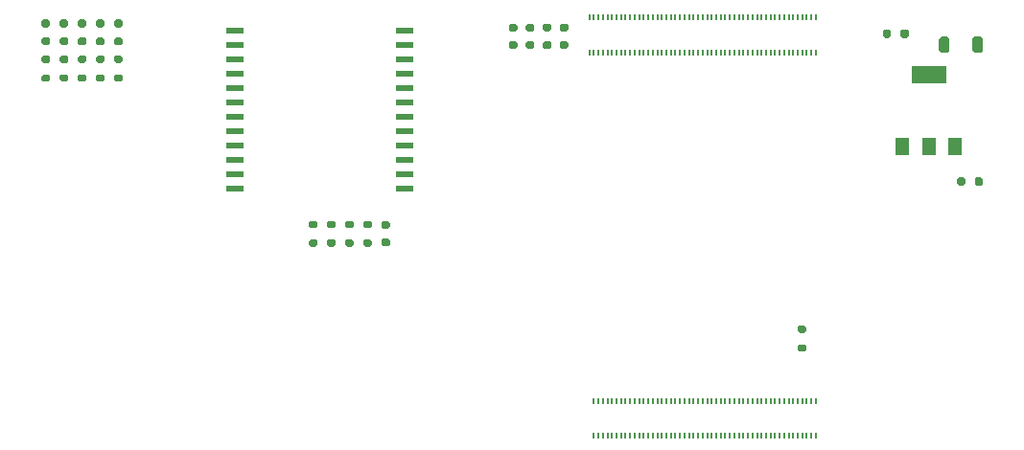
<source format=gtp>
G04 #@! TF.GenerationSoftware,KiCad,Pcbnew,5.1.8*
G04 #@! TF.CreationDate,2021-01-05T10:04:31+01:00*
G04 #@! TF.ProjectId,pislice,7069736c-6963-4652-9e6b-696361645f70,rev?*
G04 #@! TF.SameCoordinates,Original*
G04 #@! TF.FileFunction,Paste,Top*
G04 #@! TF.FilePolarity,Positive*
%FSLAX46Y46*%
G04 Gerber Fmt 4.6, Leading zero omitted, Abs format (unit mm)*
G04 Created by KiCad (PCBNEW 5.1.8) date 2021-01-05 10:04:31*
%MOMM*%
%LPD*%
G01*
G04 APERTURE LIST*
%ADD10R,0.160000X0.560000*%
%ADD11R,1.200000X1.600000*%
%ADD12R,3.040000X1.600000*%
%ADD13R,1.584960X0.548640*%
G04 APERTURE END LIST*
D10*
G04 #@! TO.C,X3*
X140190000Y-108500000D03*
X140190000Y-105420000D03*
X140590000Y-108500000D03*
X140590000Y-105420000D03*
X140990000Y-108500000D03*
X140990000Y-105420000D03*
X141390000Y-108500000D03*
X141390000Y-105420000D03*
X141790000Y-108500000D03*
X141790000Y-105420000D03*
X142190000Y-108500000D03*
X142190000Y-105420000D03*
X142590000Y-108500000D03*
X142590000Y-105420000D03*
X142990000Y-108500000D03*
X142990000Y-105420000D03*
X143390000Y-108500000D03*
X143390000Y-105420000D03*
X143790000Y-108500000D03*
X143790000Y-105420000D03*
X144190000Y-108500000D03*
X144190000Y-105420000D03*
X144590000Y-108500000D03*
X144590000Y-105420000D03*
X144990000Y-108500000D03*
X144990000Y-105420000D03*
X145390000Y-108500000D03*
X145390000Y-105420000D03*
X145790000Y-108500000D03*
X145790000Y-105420000D03*
X146190000Y-108500000D03*
X146190000Y-105420000D03*
X146590000Y-108500000D03*
X146590000Y-105420000D03*
X146990000Y-108500000D03*
X146990000Y-105420000D03*
X147390000Y-108500000D03*
X147390000Y-105420000D03*
X147790000Y-108500000D03*
X147790000Y-105420000D03*
X148190000Y-108500000D03*
X148190000Y-105420000D03*
X148590000Y-108500000D03*
X148590000Y-105420000D03*
X148990000Y-108500000D03*
X148990000Y-105420000D03*
X149390000Y-108500000D03*
X149390000Y-105420000D03*
X149790000Y-108500000D03*
X149790000Y-105420000D03*
X150190000Y-108500000D03*
X150190000Y-105420000D03*
X150590000Y-108500000D03*
X150590000Y-105420000D03*
X150990000Y-108500000D03*
X150990000Y-105420000D03*
X151390000Y-108500000D03*
X151390000Y-105420000D03*
X151790000Y-108500000D03*
X151790000Y-105420000D03*
X152190000Y-108500000D03*
X152190000Y-105420000D03*
X152590000Y-108500000D03*
X152590000Y-105420000D03*
X152990000Y-108500000D03*
X152990000Y-105420000D03*
X153390000Y-108500000D03*
X153390000Y-105420000D03*
X153790000Y-108500000D03*
X153790000Y-105420000D03*
X154190000Y-108500000D03*
X154190000Y-105420000D03*
X154590000Y-108500000D03*
X154590000Y-105420000D03*
X154990000Y-108500000D03*
X154990000Y-105420000D03*
X155390000Y-108500000D03*
X155390000Y-105420000D03*
X155790000Y-108500000D03*
X155790000Y-105420000D03*
X156190000Y-108500000D03*
X156190000Y-105420000D03*
X156590000Y-108500000D03*
X156590000Y-105420000D03*
X156990000Y-108500000D03*
X156990000Y-105420000D03*
X157390000Y-108500000D03*
X157390000Y-105420000D03*
X157790000Y-108500000D03*
X157790000Y-105420000D03*
X158190000Y-108500000D03*
X158190000Y-105420000D03*
X158590000Y-108500000D03*
X158590000Y-105420000D03*
X158990000Y-108500000D03*
X158990000Y-105420000D03*
X159390000Y-108500000D03*
X159390000Y-105420000D03*
X159790000Y-108500000D03*
X159790000Y-105420000D03*
G04 #@! TD*
G04 #@! TO.C,X2*
X139790000Y-74580000D03*
X139790000Y-71500000D03*
X140190000Y-74580000D03*
X140190000Y-71500000D03*
X140590000Y-74580000D03*
X140590000Y-71500000D03*
X140990000Y-74580000D03*
X140990000Y-71500000D03*
X141390000Y-74580000D03*
X141390000Y-71500000D03*
X141790000Y-74580000D03*
X141790000Y-71500000D03*
X142190000Y-74580000D03*
X142190000Y-71500000D03*
X142590000Y-74580000D03*
X142590000Y-71500000D03*
X142990000Y-74580000D03*
X142990000Y-71500000D03*
X143390000Y-74580000D03*
X143390000Y-71500000D03*
X143790000Y-74580000D03*
X143790000Y-71500000D03*
X144190000Y-74580000D03*
X144190000Y-71500000D03*
X144590000Y-74580000D03*
X144590000Y-71500000D03*
X144990000Y-74580000D03*
X144990000Y-71500000D03*
X145390000Y-74580000D03*
X145390000Y-71500000D03*
X145790000Y-74580000D03*
X145790000Y-71500000D03*
X146190000Y-74580000D03*
X146190000Y-71500000D03*
X146590000Y-74580000D03*
X146590000Y-71500000D03*
X146990000Y-74580000D03*
X146990000Y-71500000D03*
X147390000Y-74580000D03*
X147390000Y-71500000D03*
X147790000Y-74580000D03*
X147790000Y-71500000D03*
X148190000Y-74580000D03*
X148190000Y-71500000D03*
X148590000Y-74580000D03*
X148590000Y-71500000D03*
X148990000Y-74580000D03*
X148990000Y-71500000D03*
X149390000Y-74580000D03*
X149390000Y-71500000D03*
X149790000Y-74580000D03*
X149790000Y-71500000D03*
X150190000Y-74580000D03*
X150190000Y-71500000D03*
X150590000Y-74580000D03*
X150590000Y-71500000D03*
X150990000Y-74580000D03*
X150990000Y-71500000D03*
X151390000Y-74580000D03*
X151390000Y-71500000D03*
X151790000Y-74580000D03*
X151790000Y-71500000D03*
X152190000Y-74580000D03*
X152190000Y-71500000D03*
X152590000Y-74580000D03*
X152590000Y-71500000D03*
X152990000Y-74580000D03*
X152990000Y-71500000D03*
X153390000Y-74580000D03*
X153390000Y-71500000D03*
X153790000Y-74580000D03*
X153790000Y-71500000D03*
X154190000Y-74580000D03*
X154190000Y-71500000D03*
X154590000Y-74580000D03*
X154590000Y-71500000D03*
X154990000Y-74580000D03*
X154990000Y-71500000D03*
X155390000Y-74580000D03*
X155390000Y-71500000D03*
X155790000Y-74580000D03*
X155790000Y-71500000D03*
X156190000Y-74580000D03*
X156190000Y-71500000D03*
X156590000Y-74580000D03*
X156590000Y-71500000D03*
X156990000Y-74580000D03*
X156990000Y-71500000D03*
X157390000Y-74580000D03*
X157390000Y-71500000D03*
X157790000Y-74580000D03*
X157790000Y-71500000D03*
X158190000Y-74580000D03*
X158190000Y-71500000D03*
X158590000Y-74580000D03*
X158590000Y-71500000D03*
X158990000Y-74580000D03*
X158990000Y-71500000D03*
X159390000Y-74580000D03*
X159390000Y-71500000D03*
G04 #@! TD*
D11*
G04 #@! TO.C,U3*
X167450000Y-82850000D03*
X172050000Y-82850000D03*
X169750000Y-82850000D03*
D12*
X169750000Y-76550000D03*
G04 #@! TD*
G04 #@! TO.C,R6*
G36*
G01*
X92020000Y-75520000D02*
X91580000Y-75520000D01*
G75*
G02*
X91420000Y-75360000I0J160000D01*
G01*
X91420000Y-75040000D01*
G75*
G02*
X91580000Y-74880000I160000J0D01*
G01*
X92020000Y-74880000D01*
G75*
G02*
X92180000Y-75040000I0J-160000D01*
G01*
X92180000Y-75360000D01*
G75*
G02*
X92020000Y-75520000I-160000J0D01*
G01*
G37*
G36*
G01*
X92020000Y-77170000D02*
X91580000Y-77170000D01*
G75*
G02*
X91420000Y-77010000I0J160000D01*
G01*
X91420000Y-76690000D01*
G75*
G02*
X91580000Y-76530000I160000J0D01*
G01*
X92020000Y-76530000D01*
G75*
G02*
X92180000Y-76690000I0J-160000D01*
G01*
X92180000Y-77010000D01*
G75*
G02*
X92020000Y-77170000I-160000J0D01*
G01*
G37*
G04 #@! TD*
G04 #@! TO.C,D3*
G36*
G01*
X92005000Y-72362500D02*
X91595000Y-72362500D01*
G75*
G02*
X91420000Y-72187500I0J175000D01*
G01*
X91420000Y-71837500D01*
G75*
G02*
X91595000Y-71662500I175000J0D01*
G01*
X92005000Y-71662500D01*
G75*
G02*
X92180000Y-71837500I0J-175000D01*
G01*
X92180000Y-72187500D01*
G75*
G02*
X92005000Y-72362500I-175000J0D01*
G01*
G37*
G36*
G01*
X92005000Y-73937500D02*
X91595000Y-73937500D01*
G75*
G02*
X91420000Y-73762500I0J175000D01*
G01*
X91420000Y-73412500D01*
G75*
G02*
X91595000Y-73237500I175000J0D01*
G01*
X92005000Y-73237500D01*
G75*
G02*
X92180000Y-73412500I0J-175000D01*
G01*
X92180000Y-73762500D01*
G75*
G02*
X92005000Y-73937500I-175000J0D01*
G01*
G37*
G04 #@! TD*
G04 #@! TO.C,R4*
G36*
G01*
X95220000Y-75495000D02*
X94780000Y-75495000D01*
G75*
G02*
X94620000Y-75335000I0J160000D01*
G01*
X94620000Y-75015000D01*
G75*
G02*
X94780000Y-74855000I160000J0D01*
G01*
X95220000Y-74855000D01*
G75*
G02*
X95380000Y-75015000I0J-160000D01*
G01*
X95380000Y-75335000D01*
G75*
G02*
X95220000Y-75495000I-160000J0D01*
G01*
G37*
G36*
G01*
X95220000Y-77145000D02*
X94780000Y-77145000D01*
G75*
G02*
X94620000Y-76985000I0J160000D01*
G01*
X94620000Y-76665000D01*
G75*
G02*
X94780000Y-76505000I160000J0D01*
G01*
X95220000Y-76505000D01*
G75*
G02*
X95380000Y-76665000I0J-160000D01*
G01*
X95380000Y-76985000D01*
G75*
G02*
X95220000Y-77145000I-160000J0D01*
G01*
G37*
G04 #@! TD*
G04 #@! TO.C,D2*
G36*
G01*
X95205000Y-72362500D02*
X94795000Y-72362500D01*
G75*
G02*
X94620000Y-72187500I0J175000D01*
G01*
X94620000Y-71837500D01*
G75*
G02*
X94795000Y-71662500I175000J0D01*
G01*
X95205000Y-71662500D01*
G75*
G02*
X95380000Y-71837500I0J-175000D01*
G01*
X95380000Y-72187500D01*
G75*
G02*
X95205000Y-72362500I-175000J0D01*
G01*
G37*
G36*
G01*
X95205000Y-73937500D02*
X94795000Y-73937500D01*
G75*
G02*
X94620000Y-73762500I0J175000D01*
G01*
X94620000Y-73412500D01*
G75*
G02*
X94795000Y-73237500I175000J0D01*
G01*
X95205000Y-73237500D01*
G75*
G02*
X95380000Y-73412500I0J-175000D01*
G01*
X95380000Y-73762500D01*
G75*
G02*
X95205000Y-73937500I-175000J0D01*
G01*
G37*
G04 #@! TD*
G04 #@! TO.C,C8*
G36*
G01*
X173615000Y-74420001D02*
X173615000Y-73379999D01*
G75*
G02*
X173814999Y-73180000I199999J0D01*
G01*
X174335001Y-73180000D01*
G75*
G02*
X174535000Y-73379999I0J-199999D01*
G01*
X174535000Y-74420001D01*
G75*
G02*
X174335001Y-74620000I-199999J0D01*
G01*
X173814999Y-74620000D01*
G75*
G02*
X173615000Y-74420001I0J199999D01*
G01*
G37*
G36*
G01*
X170665000Y-74420001D02*
X170665000Y-73379999D01*
G75*
G02*
X170864999Y-73180000I199999J0D01*
G01*
X171385001Y-73180000D01*
G75*
G02*
X171585000Y-73379999I0J-199999D01*
G01*
X171585000Y-74420001D01*
G75*
G02*
X171385001Y-74620000I-199999J0D01*
G01*
X170864999Y-74620000D01*
G75*
G02*
X170665000Y-74420001I0J199999D01*
G01*
G37*
G04 #@! TD*
G04 #@! TO.C,C6*
G36*
G01*
X166435000Y-72700000D02*
X166435000Y-73100000D01*
G75*
G02*
X166255000Y-73280000I-180000J0D01*
G01*
X165895000Y-73280000D01*
G75*
G02*
X165715000Y-73100000I0J180000D01*
G01*
X165715000Y-72700000D01*
G75*
G02*
X165895000Y-72520000I180000J0D01*
G01*
X166255000Y-72520000D01*
G75*
G02*
X166435000Y-72700000I0J-180000D01*
G01*
G37*
G36*
G01*
X167985000Y-72700000D02*
X167985000Y-73100000D01*
G75*
G02*
X167805000Y-73280000I-180000J0D01*
G01*
X167445000Y-73280000D01*
G75*
G02*
X167265000Y-73100000I0J180000D01*
G01*
X167265000Y-72700000D01*
G75*
G02*
X167445000Y-72520000I180000J0D01*
G01*
X167805000Y-72520000D01*
G75*
G02*
X167985000Y-72700000I0J-180000D01*
G01*
G37*
G04 #@! TD*
G04 #@! TO.C,C5*
G36*
G01*
X173815000Y-86200000D02*
X173815000Y-85800000D01*
G75*
G02*
X173995000Y-85620000I180000J0D01*
G01*
X174355000Y-85620000D01*
G75*
G02*
X174535000Y-85800000I0J-180000D01*
G01*
X174535000Y-86200000D01*
G75*
G02*
X174355000Y-86380000I-180000J0D01*
G01*
X173995000Y-86380000D01*
G75*
G02*
X173815000Y-86200000I0J180000D01*
G01*
G37*
G36*
G01*
X172265000Y-86200000D02*
X172265000Y-85800000D01*
G75*
G02*
X172445000Y-85620000I180000J0D01*
G01*
X172805000Y-85620000D01*
G75*
G02*
X172985000Y-85800000I0J-180000D01*
G01*
X172985000Y-86200000D01*
G75*
G02*
X172805000Y-86380000I-180000J0D01*
G01*
X172445000Y-86380000D01*
G75*
G02*
X172265000Y-86200000I0J180000D01*
G01*
G37*
G04 #@! TD*
G04 #@! TO.C,R17*
G36*
G01*
X115180000Y-91105000D02*
X115620000Y-91105000D01*
G75*
G02*
X115780000Y-91265000I0J-160000D01*
G01*
X115780000Y-91585000D01*
G75*
G02*
X115620000Y-91745000I-160000J0D01*
G01*
X115180000Y-91745000D01*
G75*
G02*
X115020000Y-91585000I0J160000D01*
G01*
X115020000Y-91265000D01*
G75*
G02*
X115180000Y-91105000I160000J0D01*
G01*
G37*
G36*
G01*
X115180000Y-89455000D02*
X115620000Y-89455000D01*
G75*
G02*
X115780000Y-89615000I0J-160000D01*
G01*
X115780000Y-89935000D01*
G75*
G02*
X115620000Y-90095000I-160000J0D01*
G01*
X115180000Y-90095000D01*
G75*
G02*
X115020000Y-89935000I0J160000D01*
G01*
X115020000Y-89615000D01*
G75*
G02*
X115180000Y-89455000I160000J0D01*
G01*
G37*
G04 #@! TD*
G04 #@! TO.C,R16*
G36*
G01*
X116780000Y-91105000D02*
X117220000Y-91105000D01*
G75*
G02*
X117380000Y-91265000I0J-160000D01*
G01*
X117380000Y-91585000D01*
G75*
G02*
X117220000Y-91745000I-160000J0D01*
G01*
X116780000Y-91745000D01*
G75*
G02*
X116620000Y-91585000I0J160000D01*
G01*
X116620000Y-91265000D01*
G75*
G02*
X116780000Y-91105000I160000J0D01*
G01*
G37*
G36*
G01*
X116780000Y-89455000D02*
X117220000Y-89455000D01*
G75*
G02*
X117380000Y-89615000I0J-160000D01*
G01*
X117380000Y-89935000D01*
G75*
G02*
X117220000Y-90095000I-160000J0D01*
G01*
X116780000Y-90095000D01*
G75*
G02*
X116620000Y-89935000I0J160000D01*
G01*
X116620000Y-89615000D01*
G75*
G02*
X116780000Y-89455000I160000J0D01*
G01*
G37*
G04 #@! TD*
G04 #@! TO.C,R9*
G36*
G01*
X118380000Y-91105000D02*
X118820000Y-91105000D01*
G75*
G02*
X118980000Y-91265000I0J-160000D01*
G01*
X118980000Y-91585000D01*
G75*
G02*
X118820000Y-91745000I-160000J0D01*
G01*
X118380000Y-91745000D01*
G75*
G02*
X118220000Y-91585000I0J160000D01*
G01*
X118220000Y-91265000D01*
G75*
G02*
X118380000Y-91105000I160000J0D01*
G01*
G37*
G36*
G01*
X118380000Y-89455000D02*
X118820000Y-89455000D01*
G75*
G02*
X118980000Y-89615000I0J-160000D01*
G01*
X118980000Y-89935000D01*
G75*
G02*
X118820000Y-90095000I-160000J0D01*
G01*
X118380000Y-90095000D01*
G75*
G02*
X118220000Y-89935000I0J160000D01*
G01*
X118220000Y-89615000D01*
G75*
G02*
X118380000Y-89455000I160000J0D01*
G01*
G37*
G04 #@! TD*
G04 #@! TO.C,R8*
G36*
G01*
X119980000Y-91105000D02*
X120420000Y-91105000D01*
G75*
G02*
X120580000Y-91265000I0J-160000D01*
G01*
X120580000Y-91585000D01*
G75*
G02*
X120420000Y-91745000I-160000J0D01*
G01*
X119980000Y-91745000D01*
G75*
G02*
X119820000Y-91585000I0J160000D01*
G01*
X119820000Y-91265000D01*
G75*
G02*
X119980000Y-91105000I160000J0D01*
G01*
G37*
G36*
G01*
X119980000Y-89455000D02*
X120420000Y-89455000D01*
G75*
G02*
X120580000Y-89615000I0J-160000D01*
G01*
X120580000Y-89935000D01*
G75*
G02*
X120420000Y-90095000I-160000J0D01*
G01*
X119980000Y-90095000D01*
G75*
G02*
X119820000Y-89935000I0J160000D01*
G01*
X119820000Y-89615000D01*
G75*
G02*
X119980000Y-89455000I160000J0D01*
G01*
G37*
G04 #@! TD*
G04 #@! TO.C,R3*
G36*
G01*
X158330000Y-100380000D02*
X158770000Y-100380000D01*
G75*
G02*
X158930000Y-100540000I0J-160000D01*
G01*
X158930000Y-100860000D01*
G75*
G02*
X158770000Y-101020000I-160000J0D01*
G01*
X158330000Y-101020000D01*
G75*
G02*
X158170000Y-100860000I0J160000D01*
G01*
X158170000Y-100540000D01*
G75*
G02*
X158330000Y-100380000I160000J0D01*
G01*
G37*
G36*
G01*
X158330000Y-98730000D02*
X158770000Y-98730000D01*
G75*
G02*
X158930000Y-98890000I0J-160000D01*
G01*
X158930000Y-99210000D01*
G75*
G02*
X158770000Y-99370000I-160000J0D01*
G01*
X158330000Y-99370000D01*
G75*
G02*
X158170000Y-99210000I0J160000D01*
G01*
X158170000Y-98890000D01*
G75*
G02*
X158330000Y-98730000I160000J0D01*
G01*
G37*
G04 #@! TD*
G04 #@! TO.C,C7*
G36*
G01*
X121600000Y-91015000D02*
X122000000Y-91015000D01*
G75*
G02*
X122180000Y-91195000I0J-180000D01*
G01*
X122180000Y-91555000D01*
G75*
G02*
X122000000Y-91735000I-180000J0D01*
G01*
X121600000Y-91735000D01*
G75*
G02*
X121420000Y-91555000I0J180000D01*
G01*
X121420000Y-91195000D01*
G75*
G02*
X121600000Y-91015000I180000J0D01*
G01*
G37*
G36*
G01*
X121600000Y-89465000D02*
X122000000Y-89465000D01*
G75*
G02*
X122180000Y-89645000I0J-180000D01*
G01*
X122180000Y-90005000D01*
G75*
G02*
X122000000Y-90185000I-180000J0D01*
G01*
X121600000Y-90185000D01*
G75*
G02*
X121420000Y-90005000I0J180000D01*
G01*
X121420000Y-89645000D01*
G75*
G02*
X121600000Y-89465000I180000J0D01*
G01*
G37*
G04 #@! TD*
G04 #@! TO.C,C4*
G36*
G01*
X135850000Y-73565000D02*
X136250000Y-73565000D01*
G75*
G02*
X136430000Y-73745000I0J-180000D01*
G01*
X136430000Y-74105000D01*
G75*
G02*
X136250000Y-74285000I-180000J0D01*
G01*
X135850000Y-74285000D01*
G75*
G02*
X135670000Y-74105000I0J180000D01*
G01*
X135670000Y-73745000D01*
G75*
G02*
X135850000Y-73565000I180000J0D01*
G01*
G37*
G36*
G01*
X135850000Y-72015000D02*
X136250000Y-72015000D01*
G75*
G02*
X136430000Y-72195000I0J-180000D01*
G01*
X136430000Y-72555000D01*
G75*
G02*
X136250000Y-72735000I-180000J0D01*
G01*
X135850000Y-72735000D01*
G75*
G02*
X135670000Y-72555000I0J180000D01*
G01*
X135670000Y-72195000D01*
G75*
G02*
X135850000Y-72015000I180000J0D01*
G01*
G37*
G04 #@! TD*
G04 #@! TO.C,C3*
G36*
G01*
X137350000Y-73565000D02*
X137750000Y-73565000D01*
G75*
G02*
X137930000Y-73745000I0J-180000D01*
G01*
X137930000Y-74105000D01*
G75*
G02*
X137750000Y-74285000I-180000J0D01*
G01*
X137350000Y-74285000D01*
G75*
G02*
X137170000Y-74105000I0J180000D01*
G01*
X137170000Y-73745000D01*
G75*
G02*
X137350000Y-73565000I180000J0D01*
G01*
G37*
G36*
G01*
X137350000Y-72015000D02*
X137750000Y-72015000D01*
G75*
G02*
X137930000Y-72195000I0J-180000D01*
G01*
X137930000Y-72555000D01*
G75*
G02*
X137750000Y-72735000I-180000J0D01*
G01*
X137350000Y-72735000D01*
G75*
G02*
X137170000Y-72555000I0J180000D01*
G01*
X137170000Y-72195000D01*
G75*
G02*
X137350000Y-72015000I180000J0D01*
G01*
G37*
G04 #@! TD*
G04 #@! TO.C,C2*
G36*
G01*
X134350000Y-73565000D02*
X134750000Y-73565000D01*
G75*
G02*
X134930000Y-73745000I0J-180000D01*
G01*
X134930000Y-74105000D01*
G75*
G02*
X134750000Y-74285000I-180000J0D01*
G01*
X134350000Y-74285000D01*
G75*
G02*
X134170000Y-74105000I0J180000D01*
G01*
X134170000Y-73745000D01*
G75*
G02*
X134350000Y-73565000I180000J0D01*
G01*
G37*
G36*
G01*
X134350000Y-72015000D02*
X134750000Y-72015000D01*
G75*
G02*
X134930000Y-72195000I0J-180000D01*
G01*
X134930000Y-72555000D01*
G75*
G02*
X134750000Y-72735000I-180000J0D01*
G01*
X134350000Y-72735000D01*
G75*
G02*
X134170000Y-72555000I0J180000D01*
G01*
X134170000Y-72195000D01*
G75*
G02*
X134350000Y-72015000I180000J0D01*
G01*
G37*
G04 #@! TD*
G04 #@! TO.C,C1*
G36*
G01*
X132850000Y-73565000D02*
X133250000Y-73565000D01*
G75*
G02*
X133430000Y-73745000I0J-180000D01*
G01*
X133430000Y-74105000D01*
G75*
G02*
X133250000Y-74285000I-180000J0D01*
G01*
X132850000Y-74285000D01*
G75*
G02*
X132670000Y-74105000I0J180000D01*
G01*
X132670000Y-73745000D01*
G75*
G02*
X132850000Y-73565000I180000J0D01*
G01*
G37*
G36*
G01*
X132850000Y-72015000D02*
X133250000Y-72015000D01*
G75*
G02*
X133430000Y-72195000I0J-180000D01*
G01*
X133430000Y-72555000D01*
G75*
G02*
X133250000Y-72735000I-180000J0D01*
G01*
X132850000Y-72735000D01*
G75*
G02*
X132670000Y-72555000I0J180000D01*
G01*
X132670000Y-72195000D01*
G75*
G02*
X132850000Y-72015000I180000J0D01*
G01*
G37*
G04 #@! TD*
G04 #@! TO.C,R11*
G36*
G01*
X96820000Y-75495000D02*
X96380000Y-75495000D01*
G75*
G02*
X96220000Y-75335000I0J160000D01*
G01*
X96220000Y-75015000D01*
G75*
G02*
X96380000Y-74855000I160000J0D01*
G01*
X96820000Y-74855000D01*
G75*
G02*
X96980000Y-75015000I0J-160000D01*
G01*
X96980000Y-75335000D01*
G75*
G02*
X96820000Y-75495000I-160000J0D01*
G01*
G37*
G36*
G01*
X96820000Y-77145000D02*
X96380000Y-77145000D01*
G75*
G02*
X96220000Y-76985000I0J160000D01*
G01*
X96220000Y-76665000D01*
G75*
G02*
X96380000Y-76505000I160000J0D01*
G01*
X96820000Y-76505000D01*
G75*
G02*
X96980000Y-76665000I0J-160000D01*
G01*
X96980000Y-76985000D01*
G75*
G02*
X96820000Y-77145000I-160000J0D01*
G01*
G37*
G04 #@! TD*
G04 #@! TO.C,R2*
G36*
G01*
X93620000Y-75495000D02*
X93180000Y-75495000D01*
G75*
G02*
X93020000Y-75335000I0J160000D01*
G01*
X93020000Y-75015000D01*
G75*
G02*
X93180000Y-74855000I160000J0D01*
G01*
X93620000Y-74855000D01*
G75*
G02*
X93780000Y-75015000I0J-160000D01*
G01*
X93780000Y-75335000D01*
G75*
G02*
X93620000Y-75495000I-160000J0D01*
G01*
G37*
G36*
G01*
X93620000Y-77145000D02*
X93180000Y-77145000D01*
G75*
G02*
X93020000Y-76985000I0J160000D01*
G01*
X93020000Y-76665000D01*
G75*
G02*
X93180000Y-76505000I160000J0D01*
G01*
X93620000Y-76505000D01*
G75*
G02*
X93780000Y-76665000I0J-160000D01*
G01*
X93780000Y-76985000D01*
G75*
G02*
X93620000Y-77145000I-160000J0D01*
G01*
G37*
G04 #@! TD*
G04 #@! TO.C,R1*
G36*
G01*
X98420000Y-75495000D02*
X97980000Y-75495000D01*
G75*
G02*
X97820000Y-75335000I0J160000D01*
G01*
X97820000Y-75015000D01*
G75*
G02*
X97980000Y-74855000I160000J0D01*
G01*
X98420000Y-74855000D01*
G75*
G02*
X98580000Y-75015000I0J-160000D01*
G01*
X98580000Y-75335000D01*
G75*
G02*
X98420000Y-75495000I-160000J0D01*
G01*
G37*
G36*
G01*
X98420000Y-77145000D02*
X97980000Y-77145000D01*
G75*
G02*
X97820000Y-76985000I0J160000D01*
G01*
X97820000Y-76665000D01*
G75*
G02*
X97980000Y-76505000I160000J0D01*
G01*
X98420000Y-76505000D01*
G75*
G02*
X98580000Y-76665000I0J-160000D01*
G01*
X98580000Y-76985000D01*
G75*
G02*
X98420000Y-77145000I-160000J0D01*
G01*
G37*
G04 #@! TD*
G04 #@! TO.C,D5*
G36*
G01*
X93605000Y-72362500D02*
X93195000Y-72362500D01*
G75*
G02*
X93020000Y-72187500I0J175000D01*
G01*
X93020000Y-71837500D01*
G75*
G02*
X93195000Y-71662500I175000J0D01*
G01*
X93605000Y-71662500D01*
G75*
G02*
X93780000Y-71837500I0J-175000D01*
G01*
X93780000Y-72187500D01*
G75*
G02*
X93605000Y-72362500I-175000J0D01*
G01*
G37*
G36*
G01*
X93605000Y-73937500D02*
X93195000Y-73937500D01*
G75*
G02*
X93020000Y-73762500I0J175000D01*
G01*
X93020000Y-73412500D01*
G75*
G02*
X93195000Y-73237500I175000J0D01*
G01*
X93605000Y-73237500D01*
G75*
G02*
X93780000Y-73412500I0J-175000D01*
G01*
X93780000Y-73762500D01*
G75*
G02*
X93605000Y-73937500I-175000J0D01*
G01*
G37*
G04 #@! TD*
G04 #@! TO.C,D4*
G36*
G01*
X98405000Y-72362500D02*
X97995000Y-72362500D01*
G75*
G02*
X97820000Y-72187500I0J175000D01*
G01*
X97820000Y-71837500D01*
G75*
G02*
X97995000Y-71662500I175000J0D01*
G01*
X98405000Y-71662500D01*
G75*
G02*
X98580000Y-71837500I0J-175000D01*
G01*
X98580000Y-72187500D01*
G75*
G02*
X98405000Y-72362500I-175000J0D01*
G01*
G37*
G36*
G01*
X98405000Y-73937500D02*
X97995000Y-73937500D01*
G75*
G02*
X97820000Y-73762500I0J175000D01*
G01*
X97820000Y-73412500D01*
G75*
G02*
X97995000Y-73237500I175000J0D01*
G01*
X98405000Y-73237500D01*
G75*
G02*
X98580000Y-73412500I0J-175000D01*
G01*
X98580000Y-73762500D01*
G75*
G02*
X98405000Y-73937500I-175000J0D01*
G01*
G37*
G04 #@! TD*
D10*
G04 #@! TO.C,U2*
X140190000Y-74580000D03*
X140190000Y-71500000D03*
X140590000Y-74580000D03*
X140590000Y-71500000D03*
X140990000Y-74580000D03*
X140990000Y-71500000D03*
X141390000Y-74580000D03*
X141390000Y-71500000D03*
X141790000Y-74580000D03*
X141790000Y-71500000D03*
X142190000Y-74580000D03*
X142190000Y-71500000D03*
X142590000Y-74580000D03*
X142590000Y-71500000D03*
X142990000Y-74580000D03*
X142990000Y-71500000D03*
X143390000Y-74580000D03*
X143390000Y-71500000D03*
X143790000Y-74580000D03*
X143790000Y-71500000D03*
X144190000Y-74580000D03*
X144190000Y-71500000D03*
X144590000Y-74580000D03*
X144590000Y-71500000D03*
X144990000Y-74580000D03*
X144990000Y-71500000D03*
X145390000Y-74580000D03*
X145390000Y-71500000D03*
X145790000Y-74580000D03*
X145790000Y-71500000D03*
X146190000Y-74580000D03*
X146190000Y-71500000D03*
X146590000Y-74580000D03*
X146590000Y-71500000D03*
X146990000Y-74580000D03*
X146990000Y-71500000D03*
X147390000Y-74580000D03*
X147390000Y-71500000D03*
X147790000Y-74580000D03*
X147790000Y-71500000D03*
X148190000Y-74580000D03*
X148190000Y-71500000D03*
X148590000Y-74580000D03*
X148590000Y-71500000D03*
X148990000Y-74580000D03*
X148990000Y-71500000D03*
X149390000Y-74580000D03*
X149390000Y-71500000D03*
X149790000Y-74580000D03*
X149790000Y-71500000D03*
X150190000Y-74580000D03*
X150190000Y-71500000D03*
X150590000Y-74580000D03*
X150590000Y-71500000D03*
X150990000Y-74580000D03*
X150990000Y-71500000D03*
X151390000Y-74580000D03*
X151390000Y-71500000D03*
X151790000Y-74580000D03*
X151790000Y-71500000D03*
X152190000Y-74580000D03*
X152190000Y-71500000D03*
X152590000Y-74580000D03*
X152590000Y-71500000D03*
X152990000Y-74580000D03*
X152990000Y-71500000D03*
X153390000Y-74580000D03*
X153390000Y-71500000D03*
X153790000Y-74580000D03*
X153790000Y-71500000D03*
X154190000Y-74580000D03*
X154190000Y-71500000D03*
X154590000Y-74580000D03*
X154590000Y-71500000D03*
X154990000Y-74580000D03*
X154990000Y-71500000D03*
X155390000Y-74580000D03*
X155390000Y-71500000D03*
X155790000Y-74580000D03*
X155790000Y-71500000D03*
X156190000Y-74580000D03*
X156190000Y-71500000D03*
X156590000Y-74580000D03*
X156590000Y-71500000D03*
X156990000Y-74580000D03*
X156990000Y-71500000D03*
X157390000Y-74580000D03*
X157390000Y-71500000D03*
X157790000Y-74580000D03*
X157790000Y-71500000D03*
X158190000Y-74580000D03*
X158190000Y-71500000D03*
X158590000Y-74580000D03*
X158590000Y-71500000D03*
X158990000Y-74580000D03*
X158990000Y-71500000D03*
X159390000Y-74580000D03*
X159390000Y-71500000D03*
X159790000Y-74580000D03*
X159790000Y-71500000D03*
X140190000Y-105420000D03*
X140590000Y-105420000D03*
X140990000Y-105420000D03*
X141390000Y-105420000D03*
X141790000Y-105420000D03*
X142190000Y-105420000D03*
X142590000Y-105420000D03*
X142990000Y-105420000D03*
X143390000Y-105420000D03*
X143790000Y-105420000D03*
X144190000Y-105420000D03*
X144590000Y-105420000D03*
X144990000Y-105420000D03*
X145390000Y-105420000D03*
X145790000Y-105420000D03*
X146190000Y-105420000D03*
X146590000Y-105420000D03*
X146990000Y-105420000D03*
X147390000Y-105420000D03*
X147790000Y-105420000D03*
X148190000Y-105420000D03*
X148590000Y-105420000D03*
X148990000Y-105420000D03*
X149390000Y-105420000D03*
X149790000Y-105420000D03*
X150190000Y-105420000D03*
X150590000Y-105420000D03*
X150990000Y-105420000D03*
X151390000Y-105420000D03*
X151790000Y-105420000D03*
X152190000Y-105420000D03*
X152590000Y-105420000D03*
X152990000Y-105420000D03*
X153390000Y-105420000D03*
X153790000Y-105420000D03*
X154190000Y-105420000D03*
X154590000Y-105420000D03*
X154990000Y-105420000D03*
X155390000Y-105420000D03*
X155790000Y-105420000D03*
X156190000Y-105420000D03*
X156590000Y-105420000D03*
X156990000Y-105420000D03*
X157390000Y-105420000D03*
X157790000Y-105420000D03*
X158190000Y-105420000D03*
X158590000Y-105420000D03*
X158990000Y-105420000D03*
X159390000Y-105420000D03*
X159790000Y-108500000D03*
X159390000Y-108500000D03*
X158990000Y-108500000D03*
X158590000Y-108500000D03*
X158190000Y-108500000D03*
X157790000Y-108500000D03*
X157390000Y-108500000D03*
X156990000Y-108500000D03*
X156590000Y-108500000D03*
X156190000Y-108500000D03*
X155790000Y-108500000D03*
X155390000Y-108500000D03*
X154990000Y-108500000D03*
X154590000Y-108500000D03*
X154190000Y-108500000D03*
X153790000Y-108500000D03*
X153390000Y-108500000D03*
X152990000Y-108500000D03*
X152590000Y-108500000D03*
X152190000Y-108500000D03*
X151790000Y-108500000D03*
X151390000Y-108500000D03*
X150990000Y-108500000D03*
X150590000Y-108500000D03*
X150190000Y-108500000D03*
X149790000Y-108500000D03*
X149390000Y-108500000D03*
X148990000Y-108500000D03*
X148590000Y-108500000D03*
X148190000Y-108500000D03*
X147790000Y-108500000D03*
X147390000Y-108500000D03*
X146990000Y-108500000D03*
X146590000Y-108500000D03*
X146190000Y-108500000D03*
X145790000Y-108500000D03*
X145390000Y-108500000D03*
X144990000Y-108500000D03*
X144590000Y-108500000D03*
X144190000Y-108500000D03*
X143790000Y-108500000D03*
X143390000Y-108500000D03*
X142990000Y-108500000D03*
X142590000Y-108500000D03*
X142190000Y-108500000D03*
X141790000Y-108500000D03*
X141390000Y-108500000D03*
X140990000Y-108500000D03*
X140590000Y-108500000D03*
X140190000Y-108500000D03*
X159790000Y-105420000D03*
G04 #@! TD*
D13*
G04 #@! TO.C,K1*
X108457000Y-72615000D03*
X108457000Y-73885000D03*
X108457000Y-75155000D03*
X108457000Y-76425000D03*
X108457000Y-77695000D03*
X108457000Y-78965000D03*
X108457000Y-80235000D03*
X108457000Y-81505000D03*
X108457000Y-82775000D03*
X108457000Y-84045000D03*
X108457000Y-85315000D03*
X108457000Y-86585000D03*
X123443000Y-86585000D03*
X123443000Y-85315000D03*
X123443000Y-84045000D03*
X123443000Y-82775000D03*
X123443000Y-81505000D03*
X123443000Y-80235000D03*
X123443000Y-78965000D03*
X123443000Y-77695000D03*
X123443000Y-76425000D03*
X123443000Y-75155000D03*
X123443000Y-73885000D03*
X123443000Y-72615000D03*
G04 #@! TD*
G04 #@! TO.C,D1*
G36*
G01*
X96805000Y-72362500D02*
X96395000Y-72362500D01*
G75*
G02*
X96220000Y-72187500I0J175000D01*
G01*
X96220000Y-71837500D01*
G75*
G02*
X96395000Y-71662500I175000J0D01*
G01*
X96805000Y-71662500D01*
G75*
G02*
X96980000Y-71837500I0J-175000D01*
G01*
X96980000Y-72187500D01*
G75*
G02*
X96805000Y-72362500I-175000J0D01*
G01*
G37*
G36*
G01*
X96805000Y-73937500D02*
X96395000Y-73937500D01*
G75*
G02*
X96220000Y-73762500I0J175000D01*
G01*
X96220000Y-73412500D01*
G75*
G02*
X96395000Y-73237500I175000J0D01*
G01*
X96805000Y-73237500D01*
G75*
G02*
X96980000Y-73412500I0J-175000D01*
G01*
X96980000Y-73762500D01*
G75*
G02*
X96805000Y-73937500I-175000J0D01*
G01*
G37*
G04 #@! TD*
M02*

</source>
